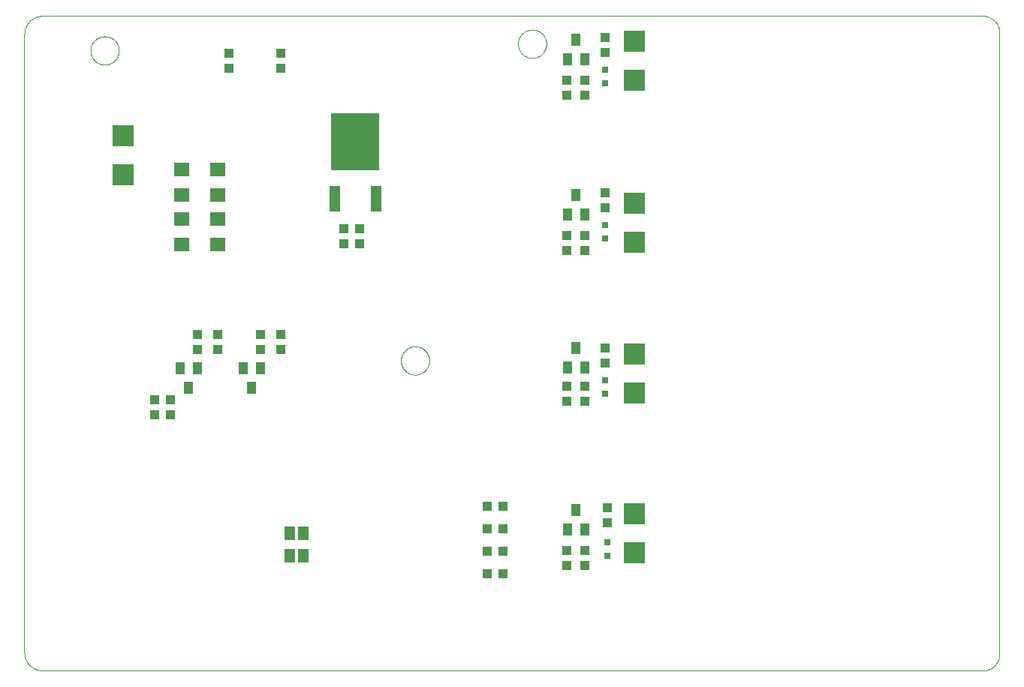
<source format=gtp>
G75*
%MOIN*%
%OFA0B0*%
%FSLAX25Y25*%
%IPPOS*%
%LPD*%
%AMOC8*
5,1,8,0,0,1.08239X$1,22.5*
%
%ADD10C,0.00000*%
%ADD11R,0.03937X0.04331*%
%ADD12R,0.04331X0.03937*%
%ADD13R,0.03937X0.05512*%
%ADD14R,0.21654X0.25591*%
%ADD15R,0.04921X0.11220*%
%ADD16R,0.09449X0.09449*%
%ADD17R,0.03150X0.03150*%
%ADD18R,0.04600X0.06300*%
%ADD19R,0.07098X0.06299*%
D10*
X0009374Y0001500D02*
X0426697Y0001500D01*
X0426879Y0001502D01*
X0427062Y0001509D01*
X0427244Y0001520D01*
X0427426Y0001535D01*
X0427607Y0001555D01*
X0427788Y0001579D01*
X0427968Y0001608D01*
X0428148Y0001641D01*
X0428326Y0001678D01*
X0428504Y0001719D01*
X0428681Y0001765D01*
X0428856Y0001815D01*
X0429030Y0001870D01*
X0429203Y0001928D01*
X0429375Y0001991D01*
X0429544Y0002057D01*
X0429713Y0002128D01*
X0429879Y0002203D01*
X0430044Y0002282D01*
X0430206Y0002365D01*
X0430367Y0002452D01*
X0430525Y0002542D01*
X0430681Y0002637D01*
X0430835Y0002735D01*
X0430986Y0002837D01*
X0431135Y0002942D01*
X0431282Y0003051D01*
X0431425Y0003164D01*
X0431566Y0003280D01*
X0431704Y0003399D01*
X0431839Y0003522D01*
X0431971Y0003648D01*
X0432100Y0003777D01*
X0432226Y0003909D01*
X0432349Y0004044D01*
X0432468Y0004182D01*
X0432584Y0004323D01*
X0432697Y0004466D01*
X0432806Y0004613D01*
X0432911Y0004762D01*
X0433013Y0004913D01*
X0433111Y0005067D01*
X0433206Y0005223D01*
X0433296Y0005381D01*
X0433383Y0005542D01*
X0433466Y0005704D01*
X0433545Y0005869D01*
X0433620Y0006035D01*
X0433691Y0006204D01*
X0433757Y0006373D01*
X0433820Y0006545D01*
X0433878Y0006718D01*
X0433933Y0006892D01*
X0433983Y0007067D01*
X0434029Y0007244D01*
X0434070Y0007422D01*
X0434107Y0007600D01*
X0434140Y0007780D01*
X0434169Y0007960D01*
X0434193Y0008141D01*
X0434213Y0008322D01*
X0434228Y0008504D01*
X0434239Y0008686D01*
X0434246Y0008869D01*
X0434248Y0009051D01*
X0434248Y0284941D01*
X0434246Y0285124D01*
X0434239Y0285306D01*
X0434228Y0285489D01*
X0434213Y0285671D01*
X0434193Y0285852D01*
X0434169Y0286033D01*
X0434140Y0286214D01*
X0434107Y0286393D01*
X0434070Y0286572D01*
X0434028Y0286750D01*
X0433982Y0286927D01*
X0433932Y0287102D01*
X0433878Y0287277D01*
X0433819Y0287450D01*
X0433757Y0287621D01*
X0433690Y0287791D01*
X0433619Y0287960D01*
X0433544Y0288126D01*
X0433465Y0288291D01*
X0433382Y0288454D01*
X0433295Y0288615D01*
X0433205Y0288773D01*
X0433110Y0288929D01*
X0433012Y0289083D01*
X0432910Y0289235D01*
X0432804Y0289384D01*
X0432695Y0289531D01*
X0432583Y0289674D01*
X0432466Y0289815D01*
X0432347Y0289954D01*
X0432224Y0290089D01*
X0432098Y0290221D01*
X0431969Y0290350D01*
X0431837Y0290476D01*
X0431702Y0290599D01*
X0431563Y0290718D01*
X0431422Y0290835D01*
X0431279Y0290947D01*
X0431132Y0291056D01*
X0430983Y0291162D01*
X0430831Y0291264D01*
X0430677Y0291362D01*
X0430521Y0291457D01*
X0430363Y0291547D01*
X0430202Y0291634D01*
X0430039Y0291717D01*
X0429874Y0291796D01*
X0429708Y0291871D01*
X0429539Y0291942D01*
X0429369Y0292009D01*
X0429198Y0292071D01*
X0429025Y0292130D01*
X0428850Y0292184D01*
X0428675Y0292234D01*
X0428498Y0292280D01*
X0428320Y0292322D01*
X0428141Y0292359D01*
X0427962Y0292392D01*
X0427781Y0292421D01*
X0427600Y0292445D01*
X0427419Y0292465D01*
X0427237Y0292480D01*
X0427054Y0292491D01*
X0426872Y0292498D01*
X0426689Y0292500D01*
X0009381Y0292500D01*
X0009181Y0292498D01*
X0008982Y0292490D01*
X0008783Y0292478D01*
X0008584Y0292461D01*
X0008385Y0292439D01*
X0008188Y0292412D01*
X0007991Y0292380D01*
X0007794Y0292344D01*
X0007599Y0292302D01*
X0007405Y0292256D01*
X0007212Y0292205D01*
X0007020Y0292150D01*
X0006830Y0292090D01*
X0006641Y0292025D01*
X0006454Y0291955D01*
X0006269Y0291881D01*
X0006085Y0291802D01*
X0005904Y0291719D01*
X0005724Y0291632D01*
X0005547Y0291540D01*
X0005372Y0291443D01*
X0005200Y0291343D01*
X0005030Y0291238D01*
X0004863Y0291129D01*
X0004698Y0291016D01*
X0004536Y0290899D01*
X0004377Y0290779D01*
X0004221Y0290654D01*
X0004069Y0290525D01*
X0003919Y0290393D01*
X0003773Y0290257D01*
X0003630Y0290118D01*
X0003491Y0289975D01*
X0003355Y0289829D01*
X0003223Y0289679D01*
X0003094Y0289527D01*
X0002969Y0289371D01*
X0002849Y0289212D01*
X0002732Y0289050D01*
X0002619Y0288885D01*
X0002510Y0288718D01*
X0002405Y0288548D01*
X0002305Y0288376D01*
X0002208Y0288201D01*
X0002116Y0288024D01*
X0002029Y0287844D01*
X0001946Y0287663D01*
X0001867Y0287479D01*
X0001793Y0287294D01*
X0001723Y0287107D01*
X0001658Y0286918D01*
X0001598Y0286728D01*
X0001543Y0286536D01*
X0001492Y0286343D01*
X0001446Y0286149D01*
X0001404Y0285954D01*
X0001368Y0285757D01*
X0001336Y0285560D01*
X0001309Y0285363D01*
X0001287Y0285164D01*
X0001270Y0284965D01*
X0001258Y0284766D01*
X0001250Y0284567D01*
X0001248Y0284367D01*
X0001248Y0009626D01*
X0001250Y0009430D01*
X0001257Y0009233D01*
X0001269Y0009037D01*
X0001286Y0008842D01*
X0001307Y0008647D01*
X0001333Y0008452D01*
X0001364Y0008258D01*
X0001399Y0008065D01*
X0001439Y0007873D01*
X0001484Y0007681D01*
X0001533Y0007491D01*
X0001587Y0007302D01*
X0001646Y0007115D01*
X0001709Y0006929D01*
X0001776Y0006744D01*
X0001848Y0006562D01*
X0001924Y0006381D01*
X0002005Y0006202D01*
X0002090Y0006025D01*
X0002179Y0005850D01*
X0002272Y0005677D01*
X0002370Y0005506D01*
X0002471Y0005338D01*
X0002577Y0005173D01*
X0002686Y0005010D01*
X0002800Y0004850D01*
X0002917Y0004692D01*
X0003038Y0004538D01*
X0003163Y0004386D01*
X0003292Y0004237D01*
X0003424Y0004092D01*
X0003559Y0003950D01*
X0003698Y0003811D01*
X0003840Y0003676D01*
X0003985Y0003544D01*
X0004134Y0003415D01*
X0004286Y0003290D01*
X0004440Y0003169D01*
X0004598Y0003052D01*
X0004758Y0002938D01*
X0004921Y0002829D01*
X0005086Y0002723D01*
X0005254Y0002622D01*
X0005425Y0002524D01*
X0005598Y0002431D01*
X0005773Y0002342D01*
X0005950Y0002257D01*
X0006129Y0002176D01*
X0006310Y0002100D01*
X0006492Y0002028D01*
X0006677Y0001961D01*
X0006863Y0001898D01*
X0007050Y0001839D01*
X0007239Y0001785D01*
X0007429Y0001736D01*
X0007621Y0001691D01*
X0007813Y0001651D01*
X0008006Y0001616D01*
X0008200Y0001585D01*
X0008395Y0001559D01*
X0008590Y0001538D01*
X0008785Y0001521D01*
X0008981Y0001509D01*
X0009178Y0001502D01*
X0009374Y0001500D01*
X0168429Y0139295D02*
X0168431Y0139453D01*
X0168437Y0139611D01*
X0168447Y0139769D01*
X0168461Y0139927D01*
X0168479Y0140084D01*
X0168500Y0140241D01*
X0168526Y0140397D01*
X0168556Y0140553D01*
X0168589Y0140708D01*
X0168627Y0140861D01*
X0168668Y0141014D01*
X0168713Y0141166D01*
X0168762Y0141317D01*
X0168815Y0141466D01*
X0168871Y0141614D01*
X0168931Y0141760D01*
X0168995Y0141905D01*
X0169063Y0142048D01*
X0169134Y0142190D01*
X0169208Y0142330D01*
X0169286Y0142467D01*
X0169368Y0142603D01*
X0169452Y0142737D01*
X0169541Y0142868D01*
X0169632Y0142997D01*
X0169727Y0143124D01*
X0169824Y0143249D01*
X0169925Y0143371D01*
X0170029Y0143490D01*
X0170136Y0143607D01*
X0170246Y0143721D01*
X0170359Y0143832D01*
X0170474Y0143941D01*
X0170592Y0144046D01*
X0170713Y0144148D01*
X0170836Y0144248D01*
X0170962Y0144344D01*
X0171090Y0144437D01*
X0171220Y0144527D01*
X0171353Y0144613D01*
X0171488Y0144697D01*
X0171624Y0144776D01*
X0171763Y0144853D01*
X0171904Y0144925D01*
X0172046Y0144995D01*
X0172190Y0145060D01*
X0172336Y0145122D01*
X0172483Y0145180D01*
X0172632Y0145235D01*
X0172782Y0145286D01*
X0172933Y0145333D01*
X0173085Y0145376D01*
X0173238Y0145415D01*
X0173393Y0145451D01*
X0173548Y0145482D01*
X0173704Y0145510D01*
X0173860Y0145534D01*
X0174017Y0145554D01*
X0174175Y0145570D01*
X0174332Y0145582D01*
X0174491Y0145590D01*
X0174649Y0145594D01*
X0174807Y0145594D01*
X0174965Y0145590D01*
X0175124Y0145582D01*
X0175281Y0145570D01*
X0175439Y0145554D01*
X0175596Y0145534D01*
X0175752Y0145510D01*
X0175908Y0145482D01*
X0176063Y0145451D01*
X0176218Y0145415D01*
X0176371Y0145376D01*
X0176523Y0145333D01*
X0176674Y0145286D01*
X0176824Y0145235D01*
X0176973Y0145180D01*
X0177120Y0145122D01*
X0177266Y0145060D01*
X0177410Y0144995D01*
X0177552Y0144925D01*
X0177693Y0144853D01*
X0177832Y0144776D01*
X0177968Y0144697D01*
X0178103Y0144613D01*
X0178236Y0144527D01*
X0178366Y0144437D01*
X0178494Y0144344D01*
X0178620Y0144248D01*
X0178743Y0144148D01*
X0178864Y0144046D01*
X0178982Y0143941D01*
X0179097Y0143832D01*
X0179210Y0143721D01*
X0179320Y0143607D01*
X0179427Y0143490D01*
X0179531Y0143371D01*
X0179632Y0143249D01*
X0179729Y0143124D01*
X0179824Y0142997D01*
X0179915Y0142868D01*
X0180004Y0142737D01*
X0180088Y0142603D01*
X0180170Y0142467D01*
X0180248Y0142330D01*
X0180322Y0142190D01*
X0180393Y0142048D01*
X0180461Y0141905D01*
X0180525Y0141760D01*
X0180585Y0141614D01*
X0180641Y0141466D01*
X0180694Y0141317D01*
X0180743Y0141166D01*
X0180788Y0141014D01*
X0180829Y0140861D01*
X0180867Y0140708D01*
X0180900Y0140553D01*
X0180930Y0140397D01*
X0180956Y0140241D01*
X0180977Y0140084D01*
X0180995Y0139927D01*
X0181009Y0139769D01*
X0181019Y0139611D01*
X0181025Y0139453D01*
X0181027Y0139295D01*
X0181025Y0139137D01*
X0181019Y0138979D01*
X0181009Y0138821D01*
X0180995Y0138663D01*
X0180977Y0138506D01*
X0180956Y0138349D01*
X0180930Y0138193D01*
X0180900Y0138037D01*
X0180867Y0137882D01*
X0180829Y0137729D01*
X0180788Y0137576D01*
X0180743Y0137424D01*
X0180694Y0137273D01*
X0180641Y0137124D01*
X0180585Y0136976D01*
X0180525Y0136830D01*
X0180461Y0136685D01*
X0180393Y0136542D01*
X0180322Y0136400D01*
X0180248Y0136260D01*
X0180170Y0136123D01*
X0180088Y0135987D01*
X0180004Y0135853D01*
X0179915Y0135722D01*
X0179824Y0135593D01*
X0179729Y0135466D01*
X0179632Y0135341D01*
X0179531Y0135219D01*
X0179427Y0135100D01*
X0179320Y0134983D01*
X0179210Y0134869D01*
X0179097Y0134758D01*
X0178982Y0134649D01*
X0178864Y0134544D01*
X0178743Y0134442D01*
X0178620Y0134342D01*
X0178494Y0134246D01*
X0178366Y0134153D01*
X0178236Y0134063D01*
X0178103Y0133977D01*
X0177968Y0133893D01*
X0177832Y0133814D01*
X0177693Y0133737D01*
X0177552Y0133665D01*
X0177410Y0133595D01*
X0177266Y0133530D01*
X0177120Y0133468D01*
X0176973Y0133410D01*
X0176824Y0133355D01*
X0176674Y0133304D01*
X0176523Y0133257D01*
X0176371Y0133214D01*
X0176218Y0133175D01*
X0176063Y0133139D01*
X0175908Y0133108D01*
X0175752Y0133080D01*
X0175596Y0133056D01*
X0175439Y0133036D01*
X0175281Y0133020D01*
X0175124Y0133008D01*
X0174965Y0133000D01*
X0174807Y0132996D01*
X0174649Y0132996D01*
X0174491Y0133000D01*
X0174332Y0133008D01*
X0174175Y0133020D01*
X0174017Y0133036D01*
X0173860Y0133056D01*
X0173704Y0133080D01*
X0173548Y0133108D01*
X0173393Y0133139D01*
X0173238Y0133175D01*
X0173085Y0133214D01*
X0172933Y0133257D01*
X0172782Y0133304D01*
X0172632Y0133355D01*
X0172483Y0133410D01*
X0172336Y0133468D01*
X0172190Y0133530D01*
X0172046Y0133595D01*
X0171904Y0133665D01*
X0171763Y0133737D01*
X0171624Y0133814D01*
X0171488Y0133893D01*
X0171353Y0133977D01*
X0171220Y0134063D01*
X0171090Y0134153D01*
X0170962Y0134246D01*
X0170836Y0134342D01*
X0170713Y0134442D01*
X0170592Y0134544D01*
X0170474Y0134649D01*
X0170359Y0134758D01*
X0170246Y0134869D01*
X0170136Y0134983D01*
X0170029Y0135100D01*
X0169925Y0135219D01*
X0169824Y0135341D01*
X0169727Y0135466D01*
X0169632Y0135593D01*
X0169541Y0135722D01*
X0169452Y0135853D01*
X0169368Y0135987D01*
X0169286Y0136123D01*
X0169208Y0136260D01*
X0169134Y0136400D01*
X0169063Y0136542D01*
X0168995Y0136685D01*
X0168931Y0136830D01*
X0168871Y0136976D01*
X0168815Y0137124D01*
X0168762Y0137273D01*
X0168713Y0137424D01*
X0168668Y0137576D01*
X0168627Y0137729D01*
X0168589Y0137882D01*
X0168556Y0138037D01*
X0168526Y0138193D01*
X0168500Y0138349D01*
X0168479Y0138506D01*
X0168461Y0138663D01*
X0168447Y0138821D01*
X0168437Y0138979D01*
X0168431Y0139137D01*
X0168429Y0139295D01*
X0030634Y0277091D02*
X0030636Y0277249D01*
X0030642Y0277407D01*
X0030652Y0277565D01*
X0030666Y0277723D01*
X0030684Y0277880D01*
X0030705Y0278037D01*
X0030731Y0278193D01*
X0030761Y0278349D01*
X0030794Y0278504D01*
X0030832Y0278657D01*
X0030873Y0278810D01*
X0030918Y0278962D01*
X0030967Y0279113D01*
X0031020Y0279262D01*
X0031076Y0279410D01*
X0031136Y0279556D01*
X0031200Y0279701D01*
X0031268Y0279844D01*
X0031339Y0279986D01*
X0031413Y0280126D01*
X0031491Y0280263D01*
X0031573Y0280399D01*
X0031657Y0280533D01*
X0031746Y0280664D01*
X0031837Y0280793D01*
X0031932Y0280920D01*
X0032029Y0281045D01*
X0032130Y0281167D01*
X0032234Y0281286D01*
X0032341Y0281403D01*
X0032451Y0281517D01*
X0032564Y0281628D01*
X0032679Y0281737D01*
X0032797Y0281842D01*
X0032918Y0281944D01*
X0033041Y0282044D01*
X0033167Y0282140D01*
X0033295Y0282233D01*
X0033425Y0282323D01*
X0033558Y0282409D01*
X0033693Y0282493D01*
X0033829Y0282572D01*
X0033968Y0282649D01*
X0034109Y0282721D01*
X0034251Y0282791D01*
X0034395Y0282856D01*
X0034541Y0282918D01*
X0034688Y0282976D01*
X0034837Y0283031D01*
X0034987Y0283082D01*
X0035138Y0283129D01*
X0035290Y0283172D01*
X0035443Y0283211D01*
X0035598Y0283247D01*
X0035753Y0283278D01*
X0035909Y0283306D01*
X0036065Y0283330D01*
X0036222Y0283350D01*
X0036380Y0283366D01*
X0036537Y0283378D01*
X0036696Y0283386D01*
X0036854Y0283390D01*
X0037012Y0283390D01*
X0037170Y0283386D01*
X0037329Y0283378D01*
X0037486Y0283366D01*
X0037644Y0283350D01*
X0037801Y0283330D01*
X0037957Y0283306D01*
X0038113Y0283278D01*
X0038268Y0283247D01*
X0038423Y0283211D01*
X0038576Y0283172D01*
X0038728Y0283129D01*
X0038879Y0283082D01*
X0039029Y0283031D01*
X0039178Y0282976D01*
X0039325Y0282918D01*
X0039471Y0282856D01*
X0039615Y0282791D01*
X0039757Y0282721D01*
X0039898Y0282649D01*
X0040037Y0282572D01*
X0040173Y0282493D01*
X0040308Y0282409D01*
X0040441Y0282323D01*
X0040571Y0282233D01*
X0040699Y0282140D01*
X0040825Y0282044D01*
X0040948Y0281944D01*
X0041069Y0281842D01*
X0041187Y0281737D01*
X0041302Y0281628D01*
X0041415Y0281517D01*
X0041525Y0281403D01*
X0041632Y0281286D01*
X0041736Y0281167D01*
X0041837Y0281045D01*
X0041934Y0280920D01*
X0042029Y0280793D01*
X0042120Y0280664D01*
X0042209Y0280533D01*
X0042293Y0280399D01*
X0042375Y0280263D01*
X0042453Y0280126D01*
X0042527Y0279986D01*
X0042598Y0279844D01*
X0042666Y0279701D01*
X0042730Y0279556D01*
X0042790Y0279410D01*
X0042846Y0279262D01*
X0042899Y0279113D01*
X0042948Y0278962D01*
X0042993Y0278810D01*
X0043034Y0278657D01*
X0043072Y0278504D01*
X0043105Y0278349D01*
X0043135Y0278193D01*
X0043161Y0278037D01*
X0043182Y0277880D01*
X0043200Y0277723D01*
X0043214Y0277565D01*
X0043224Y0277407D01*
X0043230Y0277249D01*
X0043232Y0277091D01*
X0043230Y0276933D01*
X0043224Y0276775D01*
X0043214Y0276617D01*
X0043200Y0276459D01*
X0043182Y0276302D01*
X0043161Y0276145D01*
X0043135Y0275989D01*
X0043105Y0275833D01*
X0043072Y0275678D01*
X0043034Y0275525D01*
X0042993Y0275372D01*
X0042948Y0275220D01*
X0042899Y0275069D01*
X0042846Y0274920D01*
X0042790Y0274772D01*
X0042730Y0274626D01*
X0042666Y0274481D01*
X0042598Y0274338D01*
X0042527Y0274196D01*
X0042453Y0274056D01*
X0042375Y0273919D01*
X0042293Y0273783D01*
X0042209Y0273649D01*
X0042120Y0273518D01*
X0042029Y0273389D01*
X0041934Y0273262D01*
X0041837Y0273137D01*
X0041736Y0273015D01*
X0041632Y0272896D01*
X0041525Y0272779D01*
X0041415Y0272665D01*
X0041302Y0272554D01*
X0041187Y0272445D01*
X0041069Y0272340D01*
X0040948Y0272238D01*
X0040825Y0272138D01*
X0040699Y0272042D01*
X0040571Y0271949D01*
X0040441Y0271859D01*
X0040308Y0271773D01*
X0040173Y0271689D01*
X0040037Y0271610D01*
X0039898Y0271533D01*
X0039757Y0271461D01*
X0039615Y0271391D01*
X0039471Y0271326D01*
X0039325Y0271264D01*
X0039178Y0271206D01*
X0039029Y0271151D01*
X0038879Y0271100D01*
X0038728Y0271053D01*
X0038576Y0271010D01*
X0038423Y0270971D01*
X0038268Y0270935D01*
X0038113Y0270904D01*
X0037957Y0270876D01*
X0037801Y0270852D01*
X0037644Y0270832D01*
X0037486Y0270816D01*
X0037329Y0270804D01*
X0037170Y0270796D01*
X0037012Y0270792D01*
X0036854Y0270792D01*
X0036696Y0270796D01*
X0036537Y0270804D01*
X0036380Y0270816D01*
X0036222Y0270832D01*
X0036065Y0270852D01*
X0035909Y0270876D01*
X0035753Y0270904D01*
X0035598Y0270935D01*
X0035443Y0270971D01*
X0035290Y0271010D01*
X0035138Y0271053D01*
X0034987Y0271100D01*
X0034837Y0271151D01*
X0034688Y0271206D01*
X0034541Y0271264D01*
X0034395Y0271326D01*
X0034251Y0271391D01*
X0034109Y0271461D01*
X0033968Y0271533D01*
X0033829Y0271610D01*
X0033693Y0271689D01*
X0033558Y0271773D01*
X0033425Y0271859D01*
X0033295Y0271949D01*
X0033167Y0272042D01*
X0033041Y0272138D01*
X0032918Y0272238D01*
X0032797Y0272340D01*
X0032679Y0272445D01*
X0032564Y0272554D01*
X0032451Y0272665D01*
X0032341Y0272779D01*
X0032234Y0272896D01*
X0032130Y0273015D01*
X0032029Y0273137D01*
X0031932Y0273262D01*
X0031837Y0273389D01*
X0031746Y0273518D01*
X0031657Y0273649D01*
X0031573Y0273783D01*
X0031491Y0273919D01*
X0031413Y0274056D01*
X0031339Y0274196D01*
X0031268Y0274338D01*
X0031200Y0274481D01*
X0031136Y0274626D01*
X0031076Y0274772D01*
X0031020Y0274920D01*
X0030967Y0275069D01*
X0030918Y0275220D01*
X0030873Y0275372D01*
X0030832Y0275525D01*
X0030794Y0275678D01*
X0030761Y0275833D01*
X0030731Y0275989D01*
X0030705Y0276145D01*
X0030684Y0276302D01*
X0030666Y0276459D01*
X0030652Y0276617D01*
X0030642Y0276775D01*
X0030636Y0276933D01*
X0030634Y0277091D01*
X0220429Y0280091D02*
X0220431Y0280249D01*
X0220437Y0280407D01*
X0220447Y0280565D01*
X0220461Y0280723D01*
X0220479Y0280880D01*
X0220500Y0281037D01*
X0220526Y0281193D01*
X0220556Y0281349D01*
X0220589Y0281504D01*
X0220627Y0281657D01*
X0220668Y0281810D01*
X0220713Y0281962D01*
X0220762Y0282113D01*
X0220815Y0282262D01*
X0220871Y0282410D01*
X0220931Y0282556D01*
X0220995Y0282701D01*
X0221063Y0282844D01*
X0221134Y0282986D01*
X0221208Y0283126D01*
X0221286Y0283263D01*
X0221368Y0283399D01*
X0221452Y0283533D01*
X0221541Y0283664D01*
X0221632Y0283793D01*
X0221727Y0283920D01*
X0221824Y0284045D01*
X0221925Y0284167D01*
X0222029Y0284286D01*
X0222136Y0284403D01*
X0222246Y0284517D01*
X0222359Y0284628D01*
X0222474Y0284737D01*
X0222592Y0284842D01*
X0222713Y0284944D01*
X0222836Y0285044D01*
X0222962Y0285140D01*
X0223090Y0285233D01*
X0223220Y0285323D01*
X0223353Y0285409D01*
X0223488Y0285493D01*
X0223624Y0285572D01*
X0223763Y0285649D01*
X0223904Y0285721D01*
X0224046Y0285791D01*
X0224190Y0285856D01*
X0224336Y0285918D01*
X0224483Y0285976D01*
X0224632Y0286031D01*
X0224782Y0286082D01*
X0224933Y0286129D01*
X0225085Y0286172D01*
X0225238Y0286211D01*
X0225393Y0286247D01*
X0225548Y0286278D01*
X0225704Y0286306D01*
X0225860Y0286330D01*
X0226017Y0286350D01*
X0226175Y0286366D01*
X0226332Y0286378D01*
X0226491Y0286386D01*
X0226649Y0286390D01*
X0226807Y0286390D01*
X0226965Y0286386D01*
X0227124Y0286378D01*
X0227281Y0286366D01*
X0227439Y0286350D01*
X0227596Y0286330D01*
X0227752Y0286306D01*
X0227908Y0286278D01*
X0228063Y0286247D01*
X0228218Y0286211D01*
X0228371Y0286172D01*
X0228523Y0286129D01*
X0228674Y0286082D01*
X0228824Y0286031D01*
X0228973Y0285976D01*
X0229120Y0285918D01*
X0229266Y0285856D01*
X0229410Y0285791D01*
X0229552Y0285721D01*
X0229693Y0285649D01*
X0229832Y0285572D01*
X0229968Y0285493D01*
X0230103Y0285409D01*
X0230236Y0285323D01*
X0230366Y0285233D01*
X0230494Y0285140D01*
X0230620Y0285044D01*
X0230743Y0284944D01*
X0230864Y0284842D01*
X0230982Y0284737D01*
X0231097Y0284628D01*
X0231210Y0284517D01*
X0231320Y0284403D01*
X0231427Y0284286D01*
X0231531Y0284167D01*
X0231632Y0284045D01*
X0231729Y0283920D01*
X0231824Y0283793D01*
X0231915Y0283664D01*
X0232004Y0283533D01*
X0232088Y0283399D01*
X0232170Y0283263D01*
X0232248Y0283126D01*
X0232322Y0282986D01*
X0232393Y0282844D01*
X0232461Y0282701D01*
X0232525Y0282556D01*
X0232585Y0282410D01*
X0232641Y0282262D01*
X0232694Y0282113D01*
X0232743Y0281962D01*
X0232788Y0281810D01*
X0232829Y0281657D01*
X0232867Y0281504D01*
X0232900Y0281349D01*
X0232930Y0281193D01*
X0232956Y0281037D01*
X0232977Y0280880D01*
X0232995Y0280723D01*
X0233009Y0280565D01*
X0233019Y0280407D01*
X0233025Y0280249D01*
X0233027Y0280091D01*
X0233025Y0279933D01*
X0233019Y0279775D01*
X0233009Y0279617D01*
X0232995Y0279459D01*
X0232977Y0279302D01*
X0232956Y0279145D01*
X0232930Y0278989D01*
X0232900Y0278833D01*
X0232867Y0278678D01*
X0232829Y0278525D01*
X0232788Y0278372D01*
X0232743Y0278220D01*
X0232694Y0278069D01*
X0232641Y0277920D01*
X0232585Y0277772D01*
X0232525Y0277626D01*
X0232461Y0277481D01*
X0232393Y0277338D01*
X0232322Y0277196D01*
X0232248Y0277056D01*
X0232170Y0276919D01*
X0232088Y0276783D01*
X0232004Y0276649D01*
X0231915Y0276518D01*
X0231824Y0276389D01*
X0231729Y0276262D01*
X0231632Y0276137D01*
X0231531Y0276015D01*
X0231427Y0275896D01*
X0231320Y0275779D01*
X0231210Y0275665D01*
X0231097Y0275554D01*
X0230982Y0275445D01*
X0230864Y0275340D01*
X0230743Y0275238D01*
X0230620Y0275138D01*
X0230494Y0275042D01*
X0230366Y0274949D01*
X0230236Y0274859D01*
X0230103Y0274773D01*
X0229968Y0274689D01*
X0229832Y0274610D01*
X0229693Y0274533D01*
X0229552Y0274461D01*
X0229410Y0274391D01*
X0229266Y0274326D01*
X0229120Y0274264D01*
X0228973Y0274206D01*
X0228824Y0274151D01*
X0228674Y0274100D01*
X0228523Y0274053D01*
X0228371Y0274010D01*
X0228218Y0273971D01*
X0228063Y0273935D01*
X0227908Y0273904D01*
X0227752Y0273876D01*
X0227596Y0273852D01*
X0227439Y0273832D01*
X0227281Y0273816D01*
X0227124Y0273804D01*
X0226965Y0273796D01*
X0226807Y0273792D01*
X0226649Y0273792D01*
X0226491Y0273796D01*
X0226332Y0273804D01*
X0226175Y0273816D01*
X0226017Y0273832D01*
X0225860Y0273852D01*
X0225704Y0273876D01*
X0225548Y0273904D01*
X0225393Y0273935D01*
X0225238Y0273971D01*
X0225085Y0274010D01*
X0224933Y0274053D01*
X0224782Y0274100D01*
X0224632Y0274151D01*
X0224483Y0274206D01*
X0224336Y0274264D01*
X0224190Y0274326D01*
X0224046Y0274391D01*
X0223904Y0274461D01*
X0223763Y0274533D01*
X0223624Y0274610D01*
X0223488Y0274689D01*
X0223353Y0274773D01*
X0223220Y0274859D01*
X0223090Y0274949D01*
X0222962Y0275042D01*
X0222836Y0275138D01*
X0222713Y0275238D01*
X0222592Y0275340D01*
X0222474Y0275445D01*
X0222359Y0275554D01*
X0222246Y0275665D01*
X0222136Y0275779D01*
X0222029Y0275896D01*
X0221925Y0276015D01*
X0221824Y0276137D01*
X0221727Y0276262D01*
X0221632Y0276389D01*
X0221541Y0276518D01*
X0221452Y0276649D01*
X0221368Y0276783D01*
X0221286Y0276919D01*
X0221208Y0277056D01*
X0221134Y0277196D01*
X0221063Y0277338D01*
X0220995Y0277481D01*
X0220931Y0277626D01*
X0220871Y0277772D01*
X0220815Y0277920D01*
X0220762Y0278069D01*
X0220713Y0278220D01*
X0220668Y0278372D01*
X0220627Y0278525D01*
X0220589Y0278678D01*
X0220556Y0278833D01*
X0220526Y0278989D01*
X0220500Y0279145D01*
X0220479Y0279302D01*
X0220461Y0279459D01*
X0220447Y0279617D01*
X0220437Y0279775D01*
X0220431Y0279933D01*
X0220429Y0280091D01*
D11*
X0150248Y0197846D03*
X0150248Y0191154D03*
X0143248Y0191154D03*
X0143248Y0197846D03*
X0206902Y0074500D03*
X0213594Y0074500D03*
X0213594Y0064500D03*
X0206902Y0064500D03*
X0206902Y0054500D03*
X0213594Y0054500D03*
X0213594Y0044500D03*
X0206902Y0044500D03*
D12*
X0242248Y0048154D03*
X0242248Y0054846D03*
X0250248Y0054846D03*
X0250248Y0048154D03*
X0260248Y0067154D03*
X0260248Y0073846D03*
X0250248Y0121154D03*
X0250248Y0127846D03*
X0242248Y0127846D03*
X0242248Y0121154D03*
X0259248Y0138154D03*
X0259248Y0144846D03*
X0250248Y0188154D03*
X0250248Y0194846D03*
X0242248Y0194846D03*
X0242248Y0188154D03*
X0259248Y0207154D03*
X0259248Y0213846D03*
X0250248Y0257154D03*
X0250248Y0263846D03*
X0242248Y0263846D03*
X0242248Y0257154D03*
X0259248Y0276154D03*
X0259248Y0282846D03*
X0115248Y0275846D03*
X0115248Y0269154D03*
X0092248Y0269154D03*
X0092248Y0275846D03*
X0087248Y0151046D03*
X0087248Y0144354D03*
X0077948Y0144354D03*
X0077948Y0151046D03*
X0105948Y0151046D03*
X0105948Y0144354D03*
X0115248Y0144354D03*
X0115248Y0151046D03*
X0066248Y0121846D03*
X0066248Y0115154D03*
X0059248Y0115154D03*
X0059248Y0121846D03*
D13*
X0074248Y0127169D03*
X0070508Y0135831D03*
X0077988Y0135831D03*
X0098508Y0135831D03*
X0105988Y0135831D03*
X0102248Y0127169D03*
X0242508Y0136169D03*
X0249988Y0136169D03*
X0246248Y0144831D03*
X0242508Y0204169D03*
X0249988Y0204169D03*
X0246248Y0212831D03*
X0242508Y0273169D03*
X0249988Y0273169D03*
X0246248Y0281831D03*
X0246248Y0072831D03*
X0242508Y0064169D03*
X0249988Y0064169D03*
D14*
X0148248Y0236500D03*
D15*
X0139035Y0211303D03*
X0157461Y0211303D03*
D16*
X0045248Y0221839D03*
X0045248Y0239161D03*
X0272248Y0263839D03*
X0272248Y0281161D03*
X0272248Y0209161D03*
X0272248Y0191839D03*
X0272248Y0142161D03*
X0272248Y0124839D03*
X0272248Y0071161D03*
X0272248Y0053839D03*
D17*
X0260248Y0052547D03*
X0260248Y0058453D03*
X0259248Y0124547D03*
X0259248Y0130453D03*
X0259248Y0193547D03*
X0259248Y0199453D03*
X0259248Y0262547D03*
X0259248Y0268453D03*
D18*
X0125248Y0062500D03*
X0119248Y0062500D03*
X0119248Y0052500D03*
X0125248Y0052500D03*
D19*
X0087248Y0190902D03*
X0087248Y0202098D03*
X0087248Y0212902D03*
X0087248Y0224098D03*
X0071248Y0224098D03*
X0071248Y0212902D03*
X0071248Y0202098D03*
X0071248Y0190902D03*
M02*

</source>
